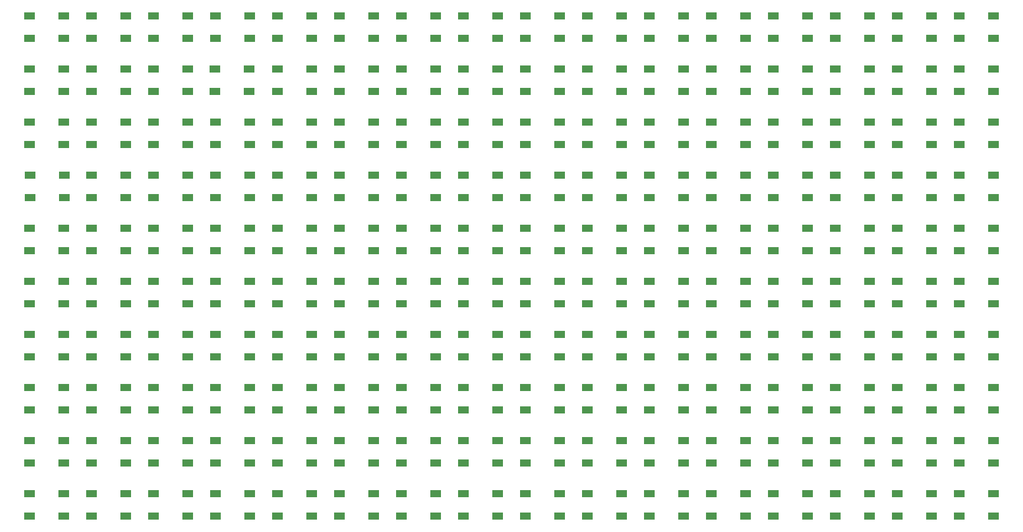
<source format=gbr>
G04 #@! TF.GenerationSoftware,KiCad,Pcbnew,(5.1.5-0-10_14)*
G04 #@! TF.CreationDate,2020-01-02T14:17:50-08:00*
G04 #@! TF.ProjectId,SpectrumAnalyzer,53706563-7472-4756-9d41-6e616c797a65,rev?*
G04 #@! TF.SameCoordinates,Original*
G04 #@! TF.FileFunction,Paste,Top*
G04 #@! TF.FilePolarity,Positive*
%FSLAX46Y46*%
G04 Gerber Fmt 4.6, Leading zero omitted, Abs format (unit mm)*
G04 Created by KiCad (PCBNEW (5.1.5-0-10_14)) date 2020-01-02 14:17:50*
%MOMM*%
%LPD*%
G04 APERTURE LIST*
%ADD10R,1.500000X1.000000*%
G04 APERTURE END LIST*
D10*
X209640000Y-145720000D03*
X209640000Y-148920000D03*
X214540000Y-145720000D03*
X214540000Y-148920000D03*
X209640000Y-138100000D03*
X209640000Y-141300000D03*
X214540000Y-138100000D03*
X214540000Y-141300000D03*
X209640000Y-130480000D03*
X209640000Y-133680000D03*
X214540000Y-130480000D03*
X214540000Y-133680000D03*
X209640000Y-122860000D03*
X209640000Y-126060000D03*
X214540000Y-122860000D03*
X214540000Y-126060000D03*
X209640000Y-115240000D03*
X209640000Y-118440000D03*
X214540000Y-115240000D03*
X214540000Y-118440000D03*
X209640000Y-107620000D03*
X209640000Y-110820000D03*
X214540000Y-107620000D03*
X214540000Y-110820000D03*
X209640000Y-100000000D03*
X209640000Y-103200000D03*
X214540000Y-100000000D03*
X214540000Y-103200000D03*
X209640000Y-92380000D03*
X209640000Y-95580000D03*
X214540000Y-92380000D03*
X214540000Y-95580000D03*
X209640000Y-84760000D03*
X209640000Y-87960000D03*
X214540000Y-84760000D03*
X214540000Y-87960000D03*
X209640000Y-77140000D03*
X209640000Y-80340000D03*
X214540000Y-77140000D03*
X214540000Y-80340000D03*
X200750000Y-145720000D03*
X200750000Y-148920000D03*
X205650000Y-145720000D03*
X205650000Y-148920000D03*
X200750000Y-138100000D03*
X200750000Y-141300000D03*
X205650000Y-138100000D03*
X205650000Y-141300000D03*
X200750000Y-130480000D03*
X200750000Y-133680000D03*
X205650000Y-130480000D03*
X205650000Y-133680000D03*
X200750000Y-122860000D03*
X200750000Y-126060000D03*
X205650000Y-122860000D03*
X205650000Y-126060000D03*
X200750000Y-115240000D03*
X200750000Y-118440000D03*
X205650000Y-115240000D03*
X205650000Y-118440000D03*
X200750000Y-107620000D03*
X200750000Y-110820000D03*
X205650000Y-107620000D03*
X205650000Y-110820000D03*
X200750000Y-100000000D03*
X200750000Y-103200000D03*
X205650000Y-100000000D03*
X205650000Y-103200000D03*
X200750000Y-92380000D03*
X200750000Y-95580000D03*
X205650000Y-92380000D03*
X205650000Y-95580000D03*
X200750000Y-84760000D03*
X200750000Y-87960000D03*
X205650000Y-84760000D03*
X205650000Y-87960000D03*
X200750000Y-77140000D03*
X200750000Y-80340000D03*
X205650000Y-77140000D03*
X205650000Y-80340000D03*
X191860000Y-145720000D03*
X191860000Y-148920000D03*
X196760000Y-145720000D03*
X196760000Y-148920000D03*
X191860000Y-138100000D03*
X191860000Y-141300000D03*
X196760000Y-138100000D03*
X196760000Y-141300000D03*
X191860000Y-130480000D03*
X191860000Y-133680000D03*
X196760000Y-130480000D03*
X196760000Y-133680000D03*
X191860000Y-122860000D03*
X191860000Y-126060000D03*
X196760000Y-122860000D03*
X196760000Y-126060000D03*
X191860000Y-115240000D03*
X191860000Y-118440000D03*
X196760000Y-115240000D03*
X196760000Y-118440000D03*
X191860000Y-107620000D03*
X191860000Y-110820000D03*
X196760000Y-107620000D03*
X196760000Y-110820000D03*
X191860000Y-100000000D03*
X191860000Y-103200000D03*
X196760000Y-100000000D03*
X196760000Y-103200000D03*
X191860000Y-92380000D03*
X191860000Y-95580000D03*
X196760000Y-92380000D03*
X196760000Y-95580000D03*
X191860000Y-84760000D03*
X191860000Y-87960000D03*
X196760000Y-84760000D03*
X196760000Y-87960000D03*
X191860000Y-77140000D03*
X191860000Y-80340000D03*
X196760000Y-77140000D03*
X196760000Y-80340000D03*
X182970000Y-145720000D03*
X182970000Y-148920000D03*
X187870000Y-145720000D03*
X187870000Y-148920000D03*
X182970000Y-138100000D03*
X182970000Y-141300000D03*
X187870000Y-138100000D03*
X187870000Y-141300000D03*
X182970000Y-130480000D03*
X182970000Y-133680000D03*
X187870000Y-130480000D03*
X187870000Y-133680000D03*
X182970000Y-122860000D03*
X182970000Y-126060000D03*
X187870000Y-122860000D03*
X187870000Y-126060000D03*
X182970000Y-115240000D03*
X182970000Y-118440000D03*
X187870000Y-115240000D03*
X187870000Y-118440000D03*
X182970000Y-107620000D03*
X182970000Y-110820000D03*
X187870000Y-107620000D03*
X187870000Y-110820000D03*
X182970000Y-100000000D03*
X182970000Y-103200000D03*
X187870000Y-100000000D03*
X187870000Y-103200000D03*
X182970000Y-92380000D03*
X182970000Y-95580000D03*
X187870000Y-92380000D03*
X187870000Y-95580000D03*
X182970000Y-84760000D03*
X182970000Y-87960000D03*
X187870000Y-84760000D03*
X187870000Y-87960000D03*
X182970000Y-77140000D03*
X182970000Y-80340000D03*
X187870000Y-77140000D03*
X187870000Y-80340000D03*
X174080000Y-145720000D03*
X174080000Y-148920000D03*
X178980000Y-145720000D03*
X178980000Y-148920000D03*
X174080000Y-138100000D03*
X174080000Y-141300000D03*
X178980000Y-138100000D03*
X178980000Y-141300000D03*
X174080000Y-130480000D03*
X174080000Y-133680000D03*
X178980000Y-130480000D03*
X178980000Y-133680000D03*
X174080000Y-122860000D03*
X174080000Y-126060000D03*
X178980000Y-122860000D03*
X178980000Y-126060000D03*
X174080000Y-115240000D03*
X174080000Y-118440000D03*
X178980000Y-115240000D03*
X178980000Y-118440000D03*
X174080000Y-107620000D03*
X174080000Y-110820000D03*
X178980000Y-107620000D03*
X178980000Y-110820000D03*
X174080000Y-100000000D03*
X174080000Y-103200000D03*
X178980000Y-100000000D03*
X178980000Y-103200000D03*
X174080000Y-92380000D03*
X174080000Y-95580000D03*
X178980000Y-92380000D03*
X178980000Y-95580000D03*
X174080000Y-84760000D03*
X174080000Y-87960000D03*
X178980000Y-84760000D03*
X178980000Y-87960000D03*
X174080000Y-77140000D03*
X174080000Y-80340000D03*
X178980000Y-77140000D03*
X178980000Y-80340000D03*
X165190000Y-145720000D03*
X165190000Y-148920000D03*
X170090000Y-145720000D03*
X170090000Y-148920000D03*
X165190000Y-138100000D03*
X165190000Y-141300000D03*
X170090000Y-138100000D03*
X170090000Y-141300000D03*
X165190000Y-130480000D03*
X165190000Y-133680000D03*
X170090000Y-130480000D03*
X170090000Y-133680000D03*
X165190000Y-122860000D03*
X165190000Y-126060000D03*
X170090000Y-122860000D03*
X170090000Y-126060000D03*
X165190000Y-115240000D03*
X165190000Y-118440000D03*
X170090000Y-115240000D03*
X170090000Y-118440000D03*
X165190000Y-107620000D03*
X165190000Y-110820000D03*
X170090000Y-107620000D03*
X170090000Y-110820000D03*
X165190000Y-100000000D03*
X165190000Y-103200000D03*
X170090000Y-100000000D03*
X170090000Y-103200000D03*
X165190000Y-92380000D03*
X165190000Y-95580000D03*
X170090000Y-92380000D03*
X170090000Y-95580000D03*
X165190000Y-84760000D03*
X165190000Y-87960000D03*
X170090000Y-84760000D03*
X170090000Y-87960000D03*
X165190000Y-77140000D03*
X165190000Y-80340000D03*
X170090000Y-77140000D03*
X170090000Y-80340000D03*
X156300000Y-145720000D03*
X156300000Y-148920000D03*
X161200000Y-145720000D03*
X161200000Y-148920000D03*
X156300000Y-138100000D03*
X156300000Y-141300000D03*
X161200000Y-138100000D03*
X161200000Y-141300000D03*
X156300000Y-130480000D03*
X156300000Y-133680000D03*
X161200000Y-130480000D03*
X161200000Y-133680000D03*
X156300000Y-122860000D03*
X156300000Y-126060000D03*
X161200000Y-122860000D03*
X161200000Y-126060000D03*
X156300000Y-115240000D03*
X156300000Y-118440000D03*
X161200000Y-115240000D03*
X161200000Y-118440000D03*
X156300000Y-107620000D03*
X156300000Y-110820000D03*
X161200000Y-107620000D03*
X161200000Y-110820000D03*
X156300000Y-100000000D03*
X156300000Y-103200000D03*
X161200000Y-100000000D03*
X161200000Y-103200000D03*
X156300000Y-92380000D03*
X156300000Y-95580000D03*
X161200000Y-92380000D03*
X161200000Y-95580000D03*
X156300000Y-84760000D03*
X156300000Y-87960000D03*
X161200000Y-84760000D03*
X161200000Y-87960000D03*
X156300000Y-77140000D03*
X156300000Y-80340000D03*
X161200000Y-77140000D03*
X161200000Y-80340000D03*
X147410000Y-145720000D03*
X147410000Y-148920000D03*
X152310000Y-145720000D03*
X152310000Y-148920000D03*
X147410000Y-138100000D03*
X147410000Y-141300000D03*
X152310000Y-138100000D03*
X152310000Y-141300000D03*
X147410000Y-130480000D03*
X147410000Y-133680000D03*
X152310000Y-130480000D03*
X152310000Y-133680000D03*
X147410000Y-122860000D03*
X147410000Y-126060000D03*
X152310000Y-122860000D03*
X152310000Y-126060000D03*
X147410000Y-115240000D03*
X147410000Y-118440000D03*
X152310000Y-115240000D03*
X152310000Y-118440000D03*
X147410000Y-107620000D03*
X147410000Y-110820000D03*
X152310000Y-107620000D03*
X152310000Y-110820000D03*
X147410000Y-100000000D03*
X147410000Y-103200000D03*
X152310000Y-100000000D03*
X152310000Y-103200000D03*
X147410000Y-92380000D03*
X147410000Y-95580000D03*
X152310000Y-92380000D03*
X152310000Y-95580000D03*
X147410000Y-84760000D03*
X147410000Y-87960000D03*
X152310000Y-84760000D03*
X152310000Y-87960000D03*
X147410000Y-77140000D03*
X147410000Y-80340000D03*
X152310000Y-77140000D03*
X152310000Y-80340000D03*
X138520000Y-145720000D03*
X138520000Y-148920000D03*
X143420000Y-145720000D03*
X143420000Y-148920000D03*
X138520000Y-138100000D03*
X138520000Y-141300000D03*
X143420000Y-138100000D03*
X143420000Y-141300000D03*
X138520000Y-130480000D03*
X138520000Y-133680000D03*
X143420000Y-130480000D03*
X143420000Y-133680000D03*
X138520000Y-122860000D03*
X138520000Y-126060000D03*
X143420000Y-122860000D03*
X143420000Y-126060000D03*
X138520000Y-115240000D03*
X138520000Y-118440000D03*
X143420000Y-115240000D03*
X143420000Y-118440000D03*
X138520000Y-107620000D03*
X138520000Y-110820000D03*
X143420000Y-107620000D03*
X143420000Y-110820000D03*
X138520000Y-100000000D03*
X138520000Y-103200000D03*
X143420000Y-100000000D03*
X143420000Y-103200000D03*
X138520000Y-92380000D03*
X138520000Y-95580000D03*
X143420000Y-92380000D03*
X143420000Y-95580000D03*
X138520000Y-84760000D03*
X138520000Y-87960000D03*
X143420000Y-84760000D03*
X143420000Y-87960000D03*
X138520000Y-77140000D03*
X138520000Y-80340000D03*
X143420000Y-77140000D03*
X143420000Y-80340000D03*
X129630000Y-145720000D03*
X129630000Y-148920000D03*
X134530000Y-145720000D03*
X134530000Y-148920000D03*
X129630000Y-138100000D03*
X129630000Y-141300000D03*
X134530000Y-138100000D03*
X134530000Y-141300000D03*
X129630000Y-130480000D03*
X129630000Y-133680000D03*
X134530000Y-130480000D03*
X134530000Y-133680000D03*
X129630000Y-122860000D03*
X129630000Y-126060000D03*
X134530000Y-122860000D03*
X134530000Y-126060000D03*
X129630000Y-115240000D03*
X129630000Y-118440000D03*
X134530000Y-115240000D03*
X134530000Y-118440000D03*
X129630000Y-107620000D03*
X129630000Y-110820000D03*
X134530000Y-107620000D03*
X134530000Y-110820000D03*
X129630000Y-100000000D03*
X129630000Y-103200000D03*
X134530000Y-100000000D03*
X134530000Y-103200000D03*
X129630000Y-92380000D03*
X129630000Y-95580000D03*
X134530000Y-92380000D03*
X134530000Y-95580000D03*
X129630000Y-84760000D03*
X129630000Y-87960000D03*
X134530000Y-84760000D03*
X134530000Y-87960000D03*
X129630000Y-77140000D03*
X129630000Y-80340000D03*
X134530000Y-77140000D03*
X134530000Y-80340000D03*
X120740000Y-145720000D03*
X120740000Y-148920000D03*
X125640000Y-145720000D03*
X125640000Y-148920000D03*
X120740000Y-138100000D03*
X120740000Y-141300000D03*
X125640000Y-138100000D03*
X125640000Y-141300000D03*
X120740000Y-130480000D03*
X120740000Y-133680000D03*
X125640000Y-130480000D03*
X125640000Y-133680000D03*
X120740000Y-122860000D03*
X120740000Y-126060000D03*
X125640000Y-122860000D03*
X125640000Y-126060000D03*
X120740000Y-115240000D03*
X120740000Y-118440000D03*
X125640000Y-115240000D03*
X125640000Y-118440000D03*
X120740000Y-107620000D03*
X120740000Y-110820000D03*
X125640000Y-107620000D03*
X125640000Y-110820000D03*
X120740000Y-100000000D03*
X120740000Y-103200000D03*
X125640000Y-100000000D03*
X125640000Y-103200000D03*
X120740000Y-92380000D03*
X120740000Y-95580000D03*
X125640000Y-92380000D03*
X125640000Y-95580000D03*
X120740000Y-84760000D03*
X120740000Y-87960000D03*
X125640000Y-84760000D03*
X125640000Y-87960000D03*
X120740000Y-77140000D03*
X120740000Y-80340000D03*
X125640000Y-77140000D03*
X125640000Y-80340000D03*
X111850000Y-145720000D03*
X111850000Y-148920000D03*
X116750000Y-145720000D03*
X116750000Y-148920000D03*
X111850000Y-138100000D03*
X111850000Y-141300000D03*
X116750000Y-138100000D03*
X116750000Y-141300000D03*
X111850000Y-130480000D03*
X111850000Y-133680000D03*
X116750000Y-130480000D03*
X116750000Y-133680000D03*
X111850000Y-122860000D03*
X111850000Y-126060000D03*
X116750000Y-122860000D03*
X116750000Y-126060000D03*
X111850000Y-115240000D03*
X111850000Y-118440000D03*
X116750000Y-115240000D03*
X116750000Y-118440000D03*
X111850000Y-107620000D03*
X111850000Y-110820000D03*
X116750000Y-107620000D03*
X116750000Y-110820000D03*
X111850000Y-100000000D03*
X111850000Y-103200000D03*
X116750000Y-100000000D03*
X116750000Y-103200000D03*
X111850000Y-92380000D03*
X111850000Y-95580000D03*
X116750000Y-92380000D03*
X116750000Y-95580000D03*
X111850000Y-84760000D03*
X111850000Y-87960000D03*
X116750000Y-84760000D03*
X116750000Y-87960000D03*
X111850000Y-77140000D03*
X111850000Y-80340000D03*
X116750000Y-77140000D03*
X116750000Y-80340000D03*
X102960000Y-145720000D03*
X102960000Y-148920000D03*
X107860000Y-145720000D03*
X107860000Y-148920000D03*
X102960000Y-138100000D03*
X102960000Y-141300000D03*
X107860000Y-138100000D03*
X107860000Y-141300000D03*
X102960000Y-130480000D03*
X102960000Y-133680000D03*
X107860000Y-130480000D03*
X107860000Y-133680000D03*
X102960000Y-122860000D03*
X102960000Y-126060000D03*
X107860000Y-122860000D03*
X107860000Y-126060000D03*
X102960000Y-115240000D03*
X102960000Y-118440000D03*
X107860000Y-115240000D03*
X107860000Y-118440000D03*
X102960000Y-107620000D03*
X102960000Y-110820000D03*
X107860000Y-107620000D03*
X107860000Y-110820000D03*
X102960000Y-100000000D03*
X102960000Y-103200000D03*
X107860000Y-100000000D03*
X107860000Y-103200000D03*
X102960000Y-92380000D03*
X102960000Y-95580000D03*
X107860000Y-92380000D03*
X107860000Y-95580000D03*
X102870000Y-84760000D03*
X102870000Y-87960000D03*
X107770000Y-84760000D03*
X107770000Y-87960000D03*
X102960000Y-77140000D03*
X102960000Y-80340000D03*
X107860000Y-77140000D03*
X107860000Y-80340000D03*
X94070000Y-145720000D03*
X94070000Y-148920000D03*
X98970000Y-145720000D03*
X98970000Y-148920000D03*
X94070000Y-138100000D03*
X94070000Y-141300000D03*
X98970000Y-138100000D03*
X98970000Y-141300000D03*
X94070000Y-130480000D03*
X94070000Y-133680000D03*
X98970000Y-130480000D03*
X98970000Y-133680000D03*
X94070000Y-122860000D03*
X94070000Y-126060000D03*
X98970000Y-122860000D03*
X98970000Y-126060000D03*
X94070000Y-115240000D03*
X94070000Y-118440000D03*
X98970000Y-115240000D03*
X98970000Y-118440000D03*
X94070000Y-107620000D03*
X94070000Y-110820000D03*
X98970000Y-107620000D03*
X98970000Y-110820000D03*
X94070000Y-100000000D03*
X94070000Y-103200000D03*
X98970000Y-100000000D03*
X98970000Y-103200000D03*
X94070000Y-92380000D03*
X94070000Y-95580000D03*
X98970000Y-92380000D03*
X98970000Y-95580000D03*
X94070000Y-84760000D03*
X94070000Y-87960000D03*
X98970000Y-84760000D03*
X98970000Y-87960000D03*
X94070000Y-77140000D03*
X94070000Y-80340000D03*
X98970000Y-77140000D03*
X98970000Y-80340000D03*
X85180000Y-145720000D03*
X85180000Y-148920000D03*
X90080000Y-145720000D03*
X90080000Y-148920000D03*
X85180000Y-138100000D03*
X85180000Y-141300000D03*
X90080000Y-138100000D03*
X90080000Y-141300000D03*
X85180000Y-130480000D03*
X85180000Y-133680000D03*
X90080000Y-130480000D03*
X90080000Y-133680000D03*
X85180000Y-122860000D03*
X85180000Y-126060000D03*
X90080000Y-122860000D03*
X90080000Y-126060000D03*
X85180000Y-115240000D03*
X85180000Y-118440000D03*
X90080000Y-115240000D03*
X90080000Y-118440000D03*
X85180000Y-107620000D03*
X85180000Y-110820000D03*
X90080000Y-107620000D03*
X90080000Y-110820000D03*
X85180000Y-100000000D03*
X85180000Y-103200000D03*
X90080000Y-100000000D03*
X90080000Y-103200000D03*
X85180000Y-92380000D03*
X85180000Y-95580000D03*
X90080000Y-92380000D03*
X90080000Y-95580000D03*
X85180000Y-84760000D03*
X85180000Y-87960000D03*
X90080000Y-84760000D03*
X90080000Y-87960000D03*
X85180000Y-77140000D03*
X85180000Y-80340000D03*
X90080000Y-77140000D03*
X90080000Y-80340000D03*
X76290000Y-145720000D03*
X76290000Y-148920000D03*
X81190000Y-145720000D03*
X81190000Y-148920000D03*
X76290000Y-138100000D03*
X76290000Y-141300000D03*
X81190000Y-138100000D03*
X81190000Y-141300000D03*
X76290000Y-130480000D03*
X76290000Y-133680000D03*
X81190000Y-130480000D03*
X81190000Y-133680000D03*
X76290000Y-122860000D03*
X76290000Y-126060000D03*
X81190000Y-122860000D03*
X81190000Y-126060000D03*
X76290000Y-115240000D03*
X76290000Y-118440000D03*
X81190000Y-115240000D03*
X81190000Y-118440000D03*
X76290000Y-107620000D03*
X76290000Y-110820000D03*
X81190000Y-107620000D03*
X81190000Y-110820000D03*
X76380000Y-100000000D03*
X76380000Y-103200000D03*
X81280000Y-100000000D03*
X81280000Y-103200000D03*
X76290000Y-92380000D03*
X76290000Y-95580000D03*
X81190000Y-92380000D03*
X81190000Y-95580000D03*
X76290000Y-84760000D03*
X76290000Y-87960000D03*
X81190000Y-84760000D03*
X81190000Y-87960000D03*
X76290000Y-77140000D03*
X76290000Y-80340000D03*
X81190000Y-77140000D03*
X81190000Y-80340000D03*
M02*

</source>
